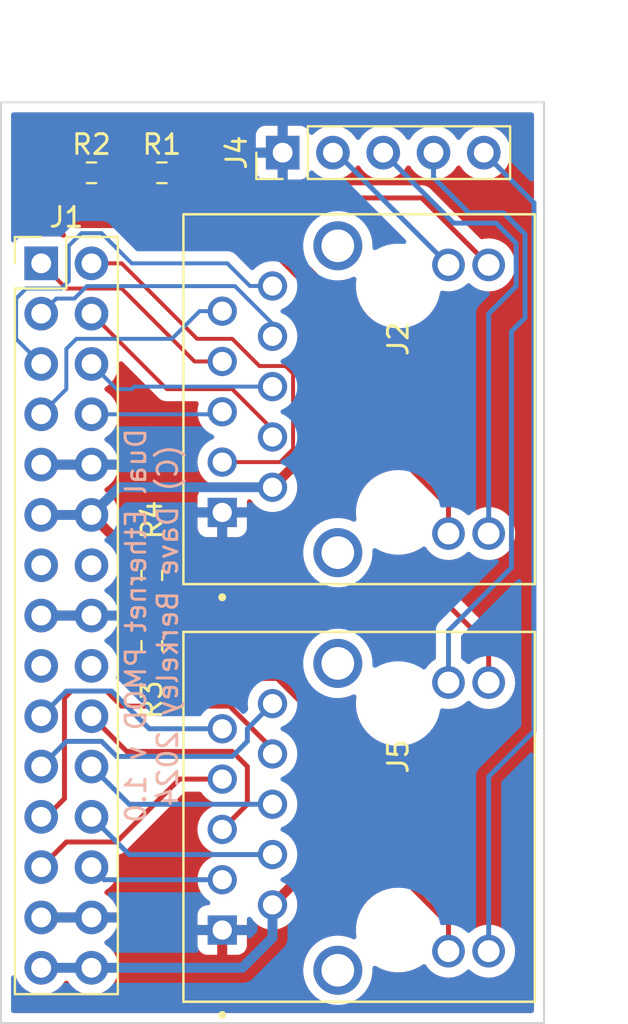
<source format=kicad_pcb>
(kicad_pcb (version 20211014) (generator pcbnew)
  (layers (0 "F.Cu" signal) (31 "B.Cu" signal) (34 "B.Paste" user) (35 "F.Paste" user) (36 "B.SilkS" user "B.Silkscreen") (37 "F.SilkS" user "F.Silkscreen") (38 "B.Mask" user) (39 "F.Mask" user) (44 "Edge.Cuts" user))
  (net 0 "")
  (net 1 "0V")
  (net 2 "3V3")
  (net 3 "ETH1_4P")
  (net 4 "ETH1_4N")
  (net 5 "ETH1_3P")
  (net 6 "ETH1_3N")
  (net 7 "ETH1_2P")
  (net 8 "ETH1_2N")
  (net 9 "ETH1_1P")
  (net 10 "ETH1_1N")
  (net 11 "Net-(J2-Pad11)")
  (net 12 "ETH2_4P")
  (net 13 "ETH2_4N")
  (net 14 "ETH2_3P")
  (net 15 "ETH2_3N")
  (net 16 "ETH2_2P")
  (net 17 "ETH2_2N")
  (net 18 "ETH2_1P")
  (net 19 "ETH2_1N")
  (net 24 "LED1_1")
  (net 25 "LED1_0")
  (net 26 "LED2_1")
  (net 27 "LED2_0")
  (net 30 "Net-(J2-Pad14)")
  (net 33 "Net-(J5-Pad11)")
  (net 34 "Net-(J5-Pad14)")
  (footprint "Connector_PinHeader_2.54mm:PinHeader_2x15_P2.54mm_Vertical" (layer "F.Cu") (at 75.184 71.374)
    (fp_text reference "J1" (at 1.27 -2.33) (layer "F.SilkS"))
    (fp_text value "Conn_02x15_Odd_Even")
    (fp_line (start 1.27 1.27) (end 1.27 -1.33) (layer "F.SilkS") (width 0.12))
    (fp_line (start -1.33 36.89) (end 3.87 36.89) (layer "F.SilkS") (width 0.12))
    (fp_line (start 1.27 -1.33) (end 3.87 -1.33) (layer "F.SilkS") (width 0.12))
    (fp_line (start 3.87 -1.33) (end 3.87 36.89) (layer "F.SilkS") (width 0.12))
    (fp_line (start -1.33 0) (end -1.33 -1.33) (layer "F.SilkS") (width 0.12))
    (fp_line (start -1.33 1.27) (end 1.27 1.27) (layer "F.SilkS") (width 0.12))
    (fp_line (start -1.33 1.27) (end -1.33 36.89) (layer "F.SilkS") (width 0.12))
    (fp_line (start -1.33 -1.33) (end 0 -1.33) (layer "F.SilkS") (width 0.12))
    (pad "1" thru_hole rect (at 0 0) (size 1.7 1.7) (drill 1) (layers *.Cu *.Mask) (net 7 "ETH1_2P"))
    (pad "2" thru_hole oval (at 2.54 0) (size 1.7 1.7) (drill 1) (layers *.Cu *.Mask) (net 3 "ETH1_4P"))
    (pad "3" thru_hole oval (at 0 2.54) (size 1.7 1.7) (drill 1) (layers *.Cu *.Mask) (net 8 "ETH1_2N"))
    (pad "4" thru_hole oval (at 2.54 2.54) (size 1.7 1.7) (drill 1) (layers *.Cu *.Mask) (net 4 "ETH1_4N"))
    (pad "5" thru_hole oval (at 0 5.08) (size 1.7 1.7) (drill 1) (layers *.Cu *.Mask) (net 10 "ETH1_1N"))
    (pad "6" thru_hole oval (at 2.54 5.08) (size 1.7 1.7) (drill 1) (layers *.Cu *.Mask) (net 6 "ETH1_3N"))
    (pad "7" thru_hole oval (at 0 7.62) (size 1.7 1.7) (drill 1) (layers *.Cu *.Mask) (net 9 "ETH1_1P"))
    (pad "8" thru_hole oval (at 2.54 7.62) (size 1.7 1.7) (drill 1) (layers *.Cu *.Mask) (net 5 "ETH1_3P"))
    (pad "9" thru_hole oval (at 0 10.16) (size 1.7 1.7) (drill 1) (layers *.Cu *.Mask) (net 1 "0V"))
    (pad "10" thru_hole oval (at 2.54 10.16) (size 1.7 1.7) (drill 1) (layers *.Cu *.Mask) (net 1 "0V"))
    (pad "11" thru_hole oval (at 0 12.7) (size 1.7 1.7) (drill 1) (layers *.Cu *.Mask) (net 2 "3V3"))
    (pad "12" thru_hole oval (at 2.54 12.7) (size 1.7 1.7) (drill 1) (layers *.Cu *.Mask) (net 2 "3V3"))
    (pad "13" thru_hole oval (at 0 15.24) (size 1.7 1.7) (drill 1) (layers *.Cu *.Mask))
    (pad "14" thru_hole oval (at 2.54 15.24) (size 1.7 1.7) (drill 1) (layers *.Cu *.Mask))
    (pad "15" thru_hole oval (at 0 17.78) (size 1.7 1.7) (drill 1) (layers *.Cu *.Mask) (net 1 "0V"))
    (pad "16" thru_hole oval (at 2.54 17.78) (size 1.7 1.7) (drill 1) (layers *.Cu *.Mask) (net 1 "0V"))
    (pad "17" thru_hole oval (at 0 20.32) (size 1.7 1.7) (drill 1) (layers *.Cu *.Mask))
    (pad "18" thru_hole oval (at 2.54 20.32) (size 1.7 1.7) (drill 1) (layers *.Cu *.Mask))
    (pad "19" thru_hole oval (at 0 22.86) (size 1.7 1.7) (drill 1) (layers *.Cu *.Mask) (net 18 "ETH2_1P"))
    (pad "20" thru_hole oval (at 2.54 22.86) (size 1.7 1.7) (drill 1) (layers *.Cu *.Mask) (net 14 "ETH2_3P"))
    (pad "21" thru_hole oval (at 0 25.4) (size 1.7 1.7) (drill 1) (layers *.Cu *.Mask) (net 19 "ETH2_1N"))
    (pad "22" thru_hole oval (at 2.54 25.4) (size 1.7 1.7) (drill 1) (layers *.Cu *.Mask) (net 15 "ETH2_3N"))
    (pad "23" thru_hole oval (at 0 27.94) (size 1.7 1.7) (drill 1) (layers *.Cu *.Mask) (net 17 "ETH2_2N"))
    (pad "24" thru_hole oval (at 2.54 27.94) (size 1.7 1.7) (drill 1) (layers *.Cu *.Mask) (net 13 "ETH2_4N"))
    (pad "25" thru_hole oval (at 0 30.48) (size 1.7 1.7) (drill 1) (layers *.Cu *.Mask) (net 16 "ETH2_2P"))
    (pad "26" thru_hole oval (at 2.54 30.48) (size 1.7 1.7) (drill 1) (layers *.Cu *.Mask) (net 12 "ETH2_4P"))
    (pad "27" thru_hole oval (at 0 33.02) (size 1.7 1.7) (drill 1) (layers *.Cu *.Mask) (net 1 "0V"))
    (pad "28" thru_hole oval (at 2.54 33.02) (size 1.7 1.7) (drill 1) (layers *.Cu *.Mask) (net 1 "0V"))
    (pad "29" thru_hole oval (at 0 35.56) (size 1.7 1.7) (drill 1) (layers *.Cu *.Mask) (net 2 "3V3"))
    (pad "30" thru_hole oval (at 2.54 35.56) (size 1.7 1.7) (drill 1) (layers *.Cu *.Mask) (net 2 "3V3"))
  )
  (footprint "Resistor_SMD:R_0603_1608Metric" (layer "F.Cu") (at 81.28 66.802)
    (fp_text reference "R1" (at 0 -1.43) (layer "F.SilkS"))
    (fp_text value "R")
    (fp_line (start -0.237258 -0.5225) (end 0.237258 -0.5225) (layer "F.SilkS") (width 0.12))
    (fp_line (start -0.237258 0.5225) (end 0.237258 0.5225) (layer "F.SilkS") (width 0.12))
    (pad "1" smd roundrect (at -0.825 0) (size 0.8 0.95) (layers "F.Cu" "F.Paste" "F.Mask") (net 2 "3V3"))
    (pad "2" smd roundrect (at 0.825 0) (size 0.8 0.95) (layers "F.Cu" "F.Paste" "F.Mask") (net 30 "Net-(J2-Pad14)"))
  )
  (footprint "kicad-lib:BEL_2250013-4" (layer "F.Cu") (at 93.218 78.232 90)
    (fp_text reference "J2" (at 3.048 0 90) (layer "F.SilkS"))
    (fp_text value "2250013-4")
    (fp_line (start 9.335 6.9) (end 9.335 -10.85) (layer "F.SilkS") (width 0.127))
    (fp_line (start -9.335 -10.85) (end -9.335 6.9) (layer "F.SilkS") (width 0.127))
    (fp_line (start -9.335 6.9) (end 9.335 6.9) (layer "F.SilkS") (width 0.127))
    (fp_line (start 9.335 -10.85) (end -9.335 -10.85) (layer "F.SilkS") (width 0.127))
    (fp_circle (center -10 -8.89) (end -9.9 -8.89) (layer "F.SilkS") (width 0.2) (fill none))
    (pad "" np_thru_hole circle (at -5.715 0 90) (size 3.25 3.25) (drill 3.25) (layers *.Cu *.Mask))
    (pad "" np_thru_hole circle (at 5.715 0 90) (size 3.25 3.25) (drill 3.25) (layers *.Cu *.Mask))
    (pad "1" thru_hole rect (at -5.715 -8.89 90) (size 1.478 1.478) (drill 0.97) (layers *.Cu *.Mask) (net 1 "0V"))
    (pad "2" thru_hole circle (at -4.445 -6.35 90) (size 1.478 1.478) (drill 0.97) (layers *.Cu *.Mask) (net 2 "3V3"))
    (pad "3" thru_hole circle (at -3.175 -8.89 90) (size 1.478 1.478) (drill 0.97) (layers *.Cu *.Mask) (net 3 "ETH1_4P"))
    (pad "4" thru_hole circle (at -1.905 -6.35 90) (size 1.478 1.478) (drill 0.97) (layers *.Cu *.Mask) (net 4 "ETH1_4N"))
    (pad "5" thru_hole circle (at -0.635 -8.89 90) (size 1.478 1.478) (drill 0.97) (layers *.Cu *.Mask) (net 5 "ETH1_3P"))
    (pad "6" thru_hole circle (at 0.635 -6.35 90) (size 1.478 1.478) (drill 0.97) (layers *.Cu *.Mask) (net 6 "ETH1_3N"))
    (pad "7" thru_hole circle (at 1.905 -8.89 90) (size 1.478 1.478) (drill 0.97) (layers *.Cu *.Mask) (net 7 "ETH1_2P"))
    (pad "8" thru_hole circle (at 3.175 -6.35 90) (size 1.478 1.478) (drill 0.97) (layers *.Cu *.Mask) (net 8 "ETH1_2N"))
    (pad "9" thru_hole circle (at 4.445 -8.89 90) (size 1.478 1.478) (drill 0.97) (layers *.Cu *.Mask) (net 9 "ETH1_1P"))
    (pad "10" thru_hole circle (at 5.715 -6.35 90) (size 1.478 1.478) (drill 0.97) (layers *.Cu *.Mask) (net 10 "ETH1_1N"))
    (pad "11" thru_hole circle (at -6.78 2.54 90) (size 1.65 1.65) (drill 1.1) (layers *.Cu *.Mask) (net 11 "Net-(J2-Pad11)"))
    (pad "12" thru_hole circle (at -6.78 4.57 90) (size 1.65 1.65) (drill 1.1) (layers *.Cu *.Mask) (net 25 "LED1_0"))
    (pad "13" thru_hole circle (at 6.78 2.54 90) (size 1.65 1.65) (drill 1.1) (layers *.Cu *.Mask) (net 24 "LED1_1"))
    (pad "14" thru_hole circle (at 6.78 4.57 90) (size 1.65 1.65) (drill 1.1) (layers *.Cu *.Mask) (net 30 "Net-(J2-Pad14)"))
    (pad "S1" thru_hole circle (at -7.745 -3.05 90) (size 2.475 2.475) (drill 1.65) (layers *.Cu *.Mask))
    (pad "S2" thru_hole circle (at 7.745 -3.05 90) (size 2.475 2.475) (drill 1.65) (layers *.Cu *.Mask))
  )
  (footprint "Resistor_SMD:R_0603_1608Metric" (layer "F.Cu") (at 80.772 90.678 90)
    (fp_text reference "R3" (at -2.731 0 90) (layer "F.SilkS"))
    (fp_text value "R")
    (fp_line (start -0.237258 -0.5225) (end 0.237258 -0.5225) (layer "F.SilkS") (width 0.12))
    (fp_line (start -0.237258 0.5225) (end 0.237258 0.5225) (layer "F.SilkS") (width 0.12))
    (pad "1" smd roundrect (at -0.825 0 90) (size 0.8 0.95) (layers "F.Cu" "F.Paste" "F.Mask") (net 2 "3V3"))
    (pad "2" smd roundrect (at 0.825 0 90) (size 0.8 0.95) (layers "F.Cu" "F.Paste" "F.Mask") (net 33 "Net-(J5-Pad11)"))
  )
  (footprint "Connector_PinHeader_2.54mm:PinHeader_1x05_P2.54mm_Vertical" (layer "F.Cu") (at 87.381 65.786 90)
    (fp_text reference "J4" (at 0 -2.33 90) (layer "F.SilkS"))
    (fp_text value "Conn_01x05_Male")
    (fp_line (start -1.33 -1.33) (end 0 -1.33) (layer "F.SilkS") (width 0.12))
    (fp_line (start -1.33 1.27) (end 1.33 1.27) (layer "F.SilkS") (width 0.12))
    (fp_line (start -1.33 11.49) (end 1.33 11.49) (layer "F.SilkS") (width 0.12))
    (fp_line (start 1.33 1.27) (end 1.33 11.49) (layer "F.SilkS") (width 0.12))
    (fp_line (start -1.33 1.27) (end -1.33 11.49) (layer "F.SilkS") (width 0.12))
    (fp_line (start -1.33 0) (end -1.33 -1.33) (layer "F.SilkS") (width 0.12))
    (pad "1" thru_hole rect (at 0 0 90) (size 1.7 1.7) (drill 1) (layers *.Cu *.Mask) (net 1 "0V"))
    (pad "2" thru_hole oval (at 0 2.54 90) (size 1.7 1.7) (drill 1) (layers *.Cu *.Mask) (net 24 "LED1_1"))
    (pad "3" thru_hole oval (at 0 5.08 90) (size 1.7 1.7) (drill 1) (layers *.Cu *.Mask) (net 25 "LED1_0"))
    (pad "4" thru_hole oval (at 0 7.62 90) (size 1.7 1.7) (drill 1) (layers *.Cu *.Mask) (net 26 "LED2_1"))
    (pad "5" thru_hole oval (at 0 10.16 90) (size 1.7 1.7) (drill 1) (layers *.Cu *.Mask) (net 27 "LED2_0"))
  )
  (footprint "kicad-lib:BEL_2250013-4" (layer "F.Cu") (at 93.218 99.314 90)
    (fp_text reference "J5" (at 3.048 0 90) (layer "F.SilkS"))
    (fp_text value "2250013-4")
    (fp_line (start -9.335 -10.85) (end -9.335 6.9) (layer "F.SilkS") (width 0.127))
    (fp_line (start 9.335 6.9) (end 9.335 -10.85) (layer "F.SilkS") (width 0.127))
    (fp_line (start 9.335 -10.85) (end -9.335 -10.85) (layer "F.SilkS") (width 0.127))
    (fp_line (start -9.335 6.9) (end 9.335 6.9) (layer "F.SilkS") (width 0.127))
    (fp_circle (center -10 -8.89) (end -9.9 -8.89) (layer "F.SilkS") (width 0.2) (fill none))
    (pad "" np_thru_hole circle (at 5.715 0 90) (size 3.25 3.25) (drill 3.25) (layers *.Cu *.Mask))
    (pad "" np_thru_hole circle (at -5.715 0 90) (size 3.25 3.25) (drill 3.25) (layers *.Cu *.Mask))
    (pad "1" thru_hole rect (at -5.715 -8.89 90) (size 1.478 1.478) (drill 0.97) (layers *.Cu *.Mask) (net 1 "0V"))
    (pad "2" thru_hole circle (at -4.445 -6.35 90) (size 1.478 1.478) (drill 0.97) (layers *.Cu *.Mask) (net 2 "3V3"))
    (pad "3" thru_hole circle (at -3.175 -8.89 90) (size 1.478 1.478) (drill 0.97) (layers *.Cu *.Mask) (net 12 "ETH2_4P"))
    (pad "4" thru_hole circle (at -1.905 -6.35 90) (size 1.478 1.478) (drill 0.97) (layers *.Cu *.Mask) (net 13 "ETH2_4N"))
    (pad "5" thru_hole circle (at -0.635 -8.89 90) (size 1.478 1.478) (drill 0.97) (layers *.Cu *.Mask) (net 14 "ETH2_3P"))
    (pad "6" thru_hole circle (at 0.635 -6.35 90) (size 1.478 1.478) (drill 0.97) (layers *.Cu *.Mask) (net 15 "ETH2_3N"))
    (pad "7" thru_hole circle (at 1.905 -8.89 90) (size 1.478 1.478) (drill 0.97) (layers *.Cu *.Mask) (net 16 "ETH2_2P"))
    (pad "8" thru_hole circle (at 3.175 -6.35 90) (size 1.478 1.478) (drill 0.97) (layers *.Cu *.Mask) (net 17 "ETH2_2N"))
    (pad "9" thru_hole circle (at 4.445 -8.89 90) (size 1.478 1.478) (drill 0.97) (layers *.Cu *.Mask) (net 18 "ETH2_1P"))
    (pad "10" thru_hole circle (at 5.715 -6.35 90) (size 1.478 1.478) (drill 0.97) (layers *.Cu *.Mask) (net 19 "ETH2_1N"))
    (pad "11" thru_hole circle (at -6.78 2.54 90) (size 1.65 1.65) (drill 1.1) (layers *.Cu *.Mask) (net 33 "Net-(J5-Pad11)"))
    (pad "12" thru_hole circle (at -6.78 4.57 90) (size 1.65 1.65) (drill 1.1) (layers *.Cu *.Mask) (net 27 "LED2_0"))
    (pad "13" thru_hole circle (at 6.78 2.54 90) (size 1.65 1.65) (drill 1.1) (layers *.Cu *.Mask) (net 26 "LED2_1"))
    (pad "14" thru_hole circle (at 6.78 4.57 90) (size 1.65 1.65) (drill 1.1) (layers *.Cu *.Mask) (net 34 "Net-(J5-Pad14)"))
    (pad "S1" thru_hole circle (at -7.745 -3.05 90) (size 2.475 2.475) (drill 1.65) (layers *.Cu *.Mask))
    (pad "S2" thru_hole circle (at 7.745 -3.05 90) (size 2.475 2.475) (drill 1.65) (layers *.Cu *.Mask))
  )
  (footprint "Resistor_SMD:R_0603_1608Metric" (layer "F.Cu") (at 77.724 66.802)
    (fp_text reference "R2" (at 0 -1.43) (layer "F.SilkS"))
    (fp_text value "R")
    (fp_line (start -0.237258 -0.5225) (end 0.237258 -0.5225) (layer "F.SilkS") (width 0.12))
    (fp_line (start -0.237258 0.5225) (end 0.237258 0.5225) (layer "F.SilkS") (width 0.12))
    (pad "1" smd roundrect (at -0.825 0) (size 0.8 0.95) (layers "F.Cu" "F.Paste" "F.Mask") (net 2 "3V3"))
    (pad "2" smd roundrect (at 0.825 0) (size 0.8 0.95) (layers "F.Cu" "F.Paste" "F.Mask") (net 11 "Net-(J2-Pad11)"))
  )
  (footprint "Resistor_SMD:R_0603_1608Metric" (layer "F.Cu") (at 80.772 87.122 -90)
    (fp_text reference "R4" (at -2.794 0 90) (layer "F.SilkS"))
    (fp_text value "R")
    (fp_line (start -0.237258 0.5225) (end 0.237258 0.5225) (layer "F.SilkS") (width 0.12))
    (fp_line (start -0.237258 -0.5225) (end 0.237258 -0.5225) (layer "F.SilkS") (width 0.12))
    (pad "1" smd roundrect (at -0.825 0 270) (size 0.8 0.95) (layers "F.Cu" "F.Paste" "F.Mask") (net 2 "3V3"))
    (pad "2" smd roundrect (at 0.825 0 270) (size 0.8 0.95) (layers "F.Cu" "F.Paste" "F.Mask") (net 34 "Net-(J5-Pad14)"))
  )
  (gr_rect (start 100.584 63.246) (end 73.152 109.728) (layer "Edge.Cuts") (width 0.1) (fill none))
  (gr_text "Dual Ethernet PMOD v 1.0\n(C) Dave Berkeley 2024" (at 80.772 89.662 90) (layer "B.SilkS") (effects (font (size 1 1)) (justify mirror)))
  (segment (start 79.502 91.186) (end 79.502 92.202) (width 0.5) (layer "F.Cu") (net 2))
  (segment (start 88.512862 72.256862) (end 88.512862 80.892862) (width 0.5) (layer "F.Cu") (net 2))
  (segment (start 88.9 93.9495) (end 88.9 101.727) (width 0.5) (layer "F.Cu") (net 2))
  (segment (start 79.502 85.852) (end 79.502 86.36) (width 0.5) (layer "F.Cu") (net 2))
  (segment (start 88.9 101.727) (end 86.868 103.759) (width 0.5) (layer "F.Cu") (net 2))
  (segment (start 80.073 91.503) (end 80.772 91.503) (width 0.25) (layer "F.Cu") (net 2))
  (segment (start 79.565 86.297) (end 79.502 86.36) (width 0.25) (layer "F.Cu") (net 2))
  (segment (start 80.073 91.503) (end 79.756 91.186) (width 0.25) (layer "F.Cu") (net 2))
  (segment (start 79.502 86.36) (end 79.502 91.186) (width 0.5) (layer "F.Cu") (net 2))
  (segment (start 87.1525 92.202) (end 88.9 93.9495) (width 0.5) (layer "F.Cu") (net 2))
  (segment (start 80.455 66.802) (end 80.455 65.977) (width 0.5) (layer "F.Cu") (net 2))
  (segment (start 88.5825 80.9625) (end 86.868 82.677) (width 0.5) (layer "F.Cu") (net 2))
  (segment (start 79.756 91.186) (end 79.502 91.186) (width 0.25) (layer "F.Cu") (net 2))
  (segment (start 77.724 84.074) (end 79.502 85.852) (width 0.5) (layer "F.Cu") (net 2))
  (segment (start 76.391 68.771) (end 76.962 69.342) (width 0.5) (layer "F.Cu") (net 2))
  (segment (start 88.512862 80.892862) (end 88.5825 80.9625) (width 0.5) (layer "F.Cu") (net 2))
  (segment (start 76.391 66.103) (end 76.391 68.771) (width 0.5) (layer "F.Cu") (net 2))
  (segment (start 80.455 65.977) (end 79.756 65.278) (width 0.5) (layer "F.Cu") (net 2))
  (segment (start 80.772 86.297) (end 79.565 86.297) (width 0.25) (layer "F.Cu") (net 2))
  (segment (start 79.756 65.278) (end 77.216 65.278) (width 0.5) (layer "F.Cu") (net 2))
  (segment (start 85.598 69.342) (end 88.512862 72.256862) (width 0.5) (layer "F.Cu") (net 2))
  (segment (start 76.962 69.342) (end 85.598 69.342) (width 0.5) (layer "F.Cu") (net 2))
  (segment (start 77.216 65.278) (end 76.391 66.103) (width 0.5) (layer "F.Cu") (net 2))
  (segment (start 79.502 92.202) (end 87.1525 92.202) (width 0.5) (layer "F.Cu") (net 2))
  (segment (start 77.724 106.934) (end 85.344 106.934) (width 0.5) (layer "B.Cu") (net 2))
  (segment (start 75.184 106.934) (end 77.724 106.934) (width 0.5) (layer "B.Cu") (net 2))
  (segment (start 86.868 105.41) (end 86.868 103.759) (width 0.5) (layer "B.Cu") (net 2))
  (segment (start 75.184 84.074) (end 77.724 84.074) (width 0.5) (layer "B.Cu") (net 2))
  (segment (start 79.121 82.677) (end 77.724 84.074) (width 0.5) (layer "B.Cu") (net 2))
  (segment (start 86.868 82.677) (end 79.121 82.677) (width 0.5) (layer "B.Cu") (net 2))
  (segment (start 85.344 106.934) (end 86.868 105.41) (width 0.5) (layer "B.Cu") (net 2))
  (segment (start 87.907 76.939) (end 87.526 76.558) (width 0.2) (layer "F.Cu") (net 3))
  (segment (start 87.249 81.407) (end 87.907 80.749) (width 0.2) (layer "F.Cu") (net 3))
  (segment (start 86.21 76.558) (end 84.836 75.184) (width 0.2) (layer "F.Cu") (net 3))
  (segment (start 87.907 80.749) (end 87.907 76.939) (width 0.2) (layer "F.Cu") (net 3))
  (segment (start 83.058 75.184) (end 79.248 71.374) (width 0.2) (layer "F.Cu") (net 3))
  (segment (start 79.248 71.374) (end 77.724 71.374) (width 0.2) (layer "F.Cu") (net 3))
  (segment (start 84.836 75.184) (end 83.058 75.184) (width 0.2) (layer "F.Cu") (net 3))
  (segment (start 87.526 76.558) (end 86.21 76.558) (width 0.2) (layer "F.Cu") (net 3))
  (segment (start 84.328 81.407) (end 87.249 81.407) (width 0.2) (layer "F.Cu") (net 3))
  (segment (start 86.868 79.756) (end 86.868 80.137) (width 0.2) (layer "F.Cu") (net 4))
  (segment (start 81.534 77.724) (end 77.724 73.914) (width 0.2) (layer "F.Cu") (net 4))
  (segment (start 84.836 77.724) (end 86.868 79.756) (width 0.2) (layer "F.Cu") (net 4))
  (segment (start 84.836 77.724) (end 81.534 77.724) (width 0.2) (layer "F.Cu") (net 4))
  (segment (start 77.724 78.994) (end 84.201 78.994) (width 0.2) (layer "B.Cu") (net 5))
  (segment (start 84.201 78.994) (end 84.328 78.867) (width 0.2) (layer "B.Cu") (net 5))
  (segment (start 79.756 77.724) (end 79.883 77.597) (width 0.2) (layer "B.Cu") (net 6))
  (segment (start 78.994 77.724) (end 79.756 77.724) (width 0.2) (layer "B.Cu") (net 6))
  (segment (start 79.883 77.597) (end 86.868 77.597) (width 0.2) (layer "B.Cu") (net 6))
  (segment (start 77.724 76.454) (end 78.994 77.724) (width 0.2) (layer "B.Cu") (net 6))
  (segment (start 79.248 72.644) (end 82.931 76.327) (width 0.2) (layer "F.Cu") (net 7))
  (segment (start 76.454 72.644) (end 79.248 72.644) (width 0.2) (layer "F.Cu") (net 7))
  (segment (start 82.931 76.327) (end 84.328 76.327) (width 0.2) (layer "F.Cu") (net 7))
  (segment (start 75.184 71.374) (end 76.454 72.644) (width 0.2) (layer "F.Cu") (net 7))
  (segment (start 75.184 73.914) (end 75.946 73.152) (width 0.2) (layer "B.Cu") (net 8))
  (segment (start 76.859654 73.152) (end 77.487654 72.524) (width 0.2) (layer "B.Cu") (net 8))
  (segment (start 77.487654 72.524) (end 84.97 72.524) (width 0.2) (layer "B.Cu") (net 8))
  (segment (start 84.97 72.524) (end 86.868 74.422) (width 0.2) (layer "B.Cu") (net 8))
  (segment (start 75.946 73.152) (end 76.859654 73.152) (width 0.2) (layer "B.Cu") (net 8))
  (segment (start 86.868 74.422) (end 86.868 75.057) (width 0.2) (layer "B.Cu") (net 8))
  (segment (start 81.788 75.184) (end 83.185 73.787) (width 0.2) (layer "B.Cu") (net 9))
  (segment (start 76.962 75.184) (end 81.788 75.184) (width 0.2) (layer "B.Cu") (net 9))
  (segment (start 76.454 75.692) (end 76.962 75.184) (width 0.2) (layer "B.Cu") (net 9))
  (segment (start 75.184 78.994) (end 76.454 77.724) (width 0.2) (layer "B.Cu") (net 9))
  (segment (start 83.185 73.787) (end 84.328 73.787) (width 0.2) (layer "B.Cu") (net 9))
  (segment (start 76.454 77.724) (end 76.454 75.692) (width 0.2) (layer "B.Cu") (net 9))
  (segment (start 76.574 70.492) (end 76.574 71.24) (width 0.2) (layer "B.Cu") (net 10))
  (segment (start 76.962 70.104) (end 76.574 70.492) (width 0.2) (layer "B.Cu") (net 10))
  (segment (start 76.574 71.748) (end 76.574 72.016) (width 0.2) (layer "B.Cu") (net 10))
  (segment (start 84.582 71.374) (end 80.01 71.374) (width 0.2) (layer "B.Cu") (net 10))
  (segment (start 76.574 71.748) (end 76.574 72.27) (width 0.2) (layer "B.Cu") (net 10))
  (segment (start 78.232 69.85) (end 77.216 69.85) (width 0.2) (layer "B.Cu") (net 10))
  (segment (start 73.914 75.184) (end 73.914 73.152) (width 0.2) (layer "B.Cu") (net 10))
  (segment (start 73.914 73.152) (end 74.422 72.644) (width 0.2) (layer "B.Cu") (net 10))
  (segment (start 74.422 72.644) (end 76.2 72.644) (width 0.2) (layer "B.Cu") (net 10))
  (segment (start 76.574 71.24) (end 76.574 71.748) (width 0.2) (layer "B.Cu") (net 10))
  (segment (start 79.756 71.374) (end 78.232 69.85) (width 0.2) (layer "B.Cu") (net 10))
  (segment (start 76.574 72.27) (end 76.2 72.644) (width 0.2) (layer "B.Cu") (net 10))
  (segment (start 77.216 69.85) (end 76.962 70.104) (width 0.2) (layer "B.Cu") (net 10))
  (segment (start 85.725 72.517) (end 84.582 71.374) (width 0.2) (layer "B.Cu") (net 10))
  (segment (start 75.184 76.454) (end 73.914 75.184) (width 0.2) (layer "B.Cu") (net 10))
  (segment (start 80.01 71.374) (end 79.756 71.374) (width 0.2) (layer "B.Cu") (net 10))
  (segment (start 86.868 72.517) (end 85.725 72.517) (width 0.2) (layer "B.Cu") (net 10))
  (segment (start 76.574 72.016) (end 76.574 72.27) (width 0.2) (layer "B.Cu") (net 10))
  (segment (start 78.232 66.802) (end 78.041 66.802) (width 0.25) (layer "F.Cu") (net 11))
  (segment (start 89.408 77.30857) (end 95.758 83.658571) (width 0.25) (layer "F.Cu") (net 11))
  (segment (start 95.758 83.658571) (end 95.758 85.012) (width 0.25) (layer "F.Cu") (net 11))
  (segment (start 78.041 68.135) (end 78.486 68.58) (width 0.25) (layer "F.Cu") (net 11))
  (segment (start 85.649173 68.58) (end 89.408 72.338827) (width 0.25) (layer "F.Cu") (net 11))
  (segment (start 89.408 72.338827) (end 89.408 77.30857) (width 0.25) (layer "F.Cu") (net 11))
  (segment (start 78.486 68.58) (end 85.649173 68.58) (width 0.25) (layer "F.Cu") (net 11))
  (segment (start 78.041 66.802) (end 78.041 68.135) (width 0.25) (layer "F.Cu") (net 11))
  (segment (start 84.328 102.489) (end 78.359 102.489) (width 0.25) (layer "B.Cu") (net 12))
  (segment (start 78.359 102.489) (end 77.724 101.854) (width 0.25) (layer "B.Cu") (net 12))
  (segment (start 86.868 101.219) (end 79.629 101.219) (width 0.25) (layer "B.Cu") (net 13))
  (segment (start 79.629 101.219) (end 77.724 99.314) (width 0.25) (layer "B.Cu") (net 13))
  (segment (start 84.836 96.012) (end 79.502 96.012) (width 0.25) (layer "F.Cu") (net 14))
  (segment (start 85.598 98.679) (end 85.598 96.774) (width 0.25) (layer "F.Cu") (net 14))
  (segment (start 79.502 96.012) (end 77.724 94.234) (width 0.25) (layer "F.Cu") (net 14))
  (segment (start 84.328 99.949) (end 85.598 98.679) (width 0.25) (layer "F.Cu") (net 14))
  (segment (start 85.598 96.774) (end 84.836 96.012) (width 0.25) (layer "F.Cu") (net 14))
  (segment (start 86.868 98.679) (end 79.629 98.679) (width 0.25) (layer "B.Cu") (net 15))
  (segment (start 79.629 98.679) (end 77.724 96.774) (width 0.25) (layer "B.Cu") (net 15))
  (segment (start 82.169 97.409) (end 84.328 97.409) (width 0.25) (layer "F.Cu") (net 16))
  (segment (start 76.454 100.584) (end 78.994 100.584) (width 0.25) (layer "F.Cu") (net 16))
  (segment (start 78.994 100.584) (end 82.169 97.409) (width 0.25) (layer "F.Cu") (net 16))
  (segment (start 75.184 101.854) (end 76.454 100.584) (width 0.25) (layer "F.Cu") (net 16))
  (segment (start 84.70528 93.726) (end 86.868 95.88872) (width 0.25) (layer "F.Cu") (net 17))
  (segment (start 86.868 95.88872) (end 86.868 96.139) (width 0.25) (layer "F.Cu") (net 17))
  (segment (start 78.486 92.964) (end 79.248 93.726) (width 0.25) (layer "F.Cu") (net 17))
  (segment (start 75.438 99.314) (end 76.359 98.393) (width 0.25) (layer "F.Cu") (net 17))
  (segment (start 76.359 98.393) (end 76.359 93.313) (width 0.25) (layer "F.Cu") (net 17))
  (segment (start 75.184 99.314) (end 75.438 99.314) (width 0.25) (layer "F.Cu") (net 17))
  (segment (start 79.248 93.726) (end 84.70528 93.726) (width 0.25) (layer "F.Cu") (net 17))
  (segment (start 76.359 93.313) (end 76.708 92.964) (width 0.25) (layer "F.Cu") (net 17))
  (segment (start 76.708 92.964) (end 78.486 92.964) (width 0.25) (layer "F.Cu") (net 17))
  (segment (start 80.645 94.869) (end 78.74 92.964) (width 0.25) (layer "B.Cu") (net 18))
  (segment (start 78.74 92.964) (end 76.454 92.964) (width 0.25) (layer "B.Cu") (net 18))
  (segment (start 76.454 92.964) (end 75.184 94.234) (width 0.25) (layer "B.Cu") (net 18))
  (segment (start 84.328 94.869) (end 80.645 94.869) (width 0.25) (layer "B.Cu") (net 18))
  (segment (start 85.598 95.504) (end 84.836 96.266) (width 0.25) (layer "B.Cu") (net 19))
  (segment (start 76.454 95.504) (end 75.184 96.774) (width 0.25) (layer "B.Cu") (net 19))
  (segment (start 86.868 93.599) (end 85.598 94.869) (width 0.25) (layer "B.Cu") (net 19))
  (segment (start 85.598 94.869) (end 85.598 95.504) (width 0.25) (layer "B.Cu") (net 19))
  (segment (start 84.836 96.266) (end 78.994 96.266) (width 0.25) (layer "B.Cu") (net 19))
  (segment (start 78.232 95.504) (end 76.454 95.504) (width 0.25) (layer "B.Cu") (net 19))
  (segment (start 78.994 96.266) (end 78.232 95.504) (width 0.25) (layer "B.Cu") (net 19))
  (segment (start 90.092 65.786) (end 89.921 65.786) (width 0.25) (layer "B.Cu") (net 24))
  (segment (start 95.758 71.452) (end 90.092 65.786) (width 0.25) (layer "B.Cu") (net 24))
  (segment (start 99.176 70.358) (end 99.176 72.528) (width 0.25) (layer "B.Cu") (net 25))
  (segment (start 99.176 72.528) (end 97.788 73.916) (width 0.25) (layer "B.Cu") (net 25))
  (segment (start 96.017 69.342) (end 98.16 69.342) (width 0.25) (layer "B.Cu") (net 25))
  (segment (start 92.461 65.786) (end 96.017 69.342) (width 0.25) (layer "B.Cu") (net 25))
  (segment (start 97.788 73.916) (end 97.788 85.012) (width 0.25) (layer "B.Cu") (net 25))
  (segment (start 98.16 69.342) (end 99.176 70.358) (width 0.25) (layer "B.Cu") (net 25))
  (segment (start 98.540827 68.822827) (end 99.626 69.908) (width 0.25) (layer "B.Cu") (net 26))
  (segment (start 96.785173 68.822827) (end 98.540827 68.822827) (width 0.25) (layer "B.Cu") (net 26))
  (segment (start 95.001 65.786) (end 95.001 67.038654) (width 0.25) (layer "B.Cu") (net 26))
  (segment (start 95.001 67.038654) (end 96.785173 68.822827) (width 0.25) (layer "B.Cu") (net 26))
  (segment (start 98.938 74.808) (end 98.938 86.736) (width 0.25) (layer "B.Cu") (net 26))
  (segment (start 99.626 69.908) (end 99.626 74.12) (width 0.25) (layer "B.Cu") (net 26))
  (segment (start 98.938 86.736) (end 95.758 89.916) (width 0.25) (layer "B.Cu") (net 26))
  (segment (start 99.626 74.12) (end 98.938 74.808) (width 0.25) (layer "B.Cu") (net 26))
  (segment (start 95.758 89.916) (end 95.758 92.534) (width 0.25) (layer "B.Cu") (net 26))
  (segment (start 98.679 96.393) (end 97.788 97.284) (width 0.25) (layer "B.Cu") (net 27))
  (segment (start 100.076 94.996) (end 100.076 68.321) (width 0.25) (layer "B.Cu") (net 27))
  (segment (start 100.076 68.321) (end 97.541 65.786) (width 0.25) (layer "B.Cu") (net 27))
  (segment (start 97.788 106.094) (end 97.788 98.296) (width 0.25) (layer "B.Cu") (net 27))
  (segment (start 97.788 97.284) (end 97.788 98.296) (width 0.25) (layer "B.Cu") (net 27))
  (segment (start 98.679 96.393) (end 100.076 94.996) (width 0.25) (layer "B.Cu") (net 27))
  (segment (start 94.408 68.072) (end 97.788 71.452) (width 0.25) (layer "F.Cu") (net 30))
  (segment (start 82.105 66.802) (end 83.312 66.802) (width 0.25) (layer "F.Cu") (net 30))
  (segment (start 83.312 66.802) (end 84.582 68.072) (width 0.25) (layer "F.Cu") (net 30))
  (segment (start 84.582 68.072) (end 94.408 68.072) (width 0.25) (layer "F.Cu") (net 30))
  (segment (start 89.475 98.457571) (end 89.475 93.659) (width 0.25) (layer "F.Cu") (net 33))
  (segment (start 89.475 93.659) (end 85.669 89.853) (width 0.25) (layer "F.Cu") (net 33))
  (segment (start 95.758 104.740571) (end 89.475 98.457571) (width 0.25) (layer "F.Cu") (net 33))
  (segment (start 85.669 89.853) (end 80.772 89.853) (width 0.25) (layer "F.Cu") (net 33))
  (segment (start 95.758 106.094) (end 95.758 104.740571) (width 0.25) (layer "F.Cu") (net 33))
  (segment (start 97.788 92.534) (end 97.788 90.676) (width 0.25) (layer "F.Cu") (net 34))
  (segment (start 97.788 90.676) (end 95.059 87.947) (width 0.25) (layer "F.Cu") (net 34))
  (segment (start 95.059 87.947) (end 80.772 87.947) (width 0.25) (layer "F.Cu") (net 34))
  (zone (net 1) (net_name "0V") (layers F&B.Cu) (connect_pads (clearance 0.508)) (min_thickness 0.254) (fill yes (thermal_gap 0.508) (thermal_bridge_width 0.508))
    (polygon (pts (xy 100.33 109.474) (xy 73.406 109.474) (xy 73.406 63.5) (xy 100.33 63.5)))
  )
)
</source>
